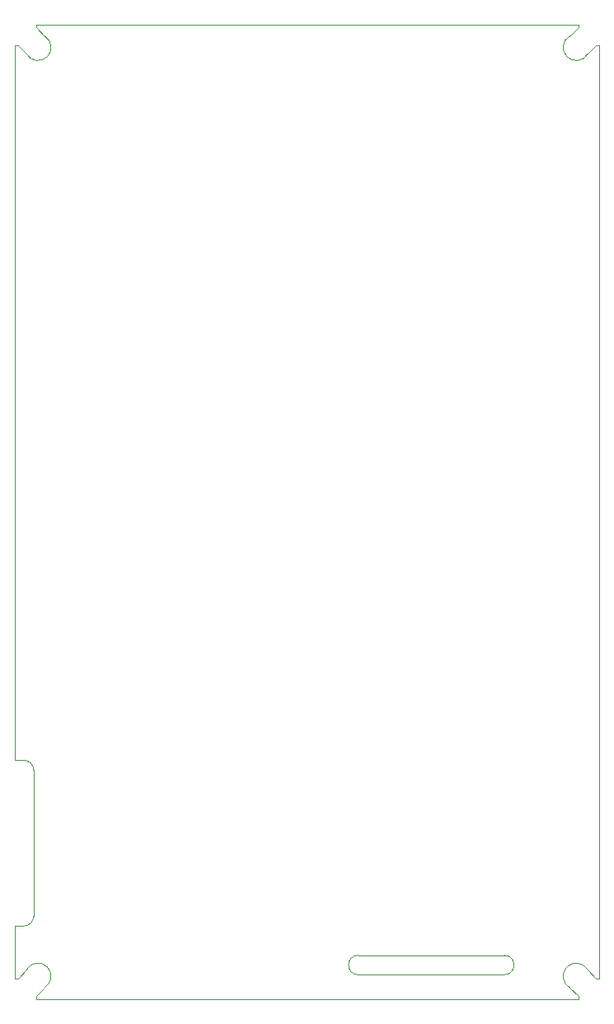
<source format=gm1>
%FSLAX43Y43*%
%MOMM*%
G71*
G01*
G75*
G04 Layer_Color=16711935*
%ADD10C,0.500*%
%ADD11C,0.200*%
%ADD12C,0.250*%
%ADD13C,0.400*%
%ADD14C,1.700*%
%ADD15R,1.700X1.700*%
%ADD16C,0.550*%
%ADD17R,1.800X2.200*%
%ADD18R,0.300X1.300*%
%ADD19R,0.700X0.300*%
%ADD20R,1.000X0.400*%
%ADD21R,1.100X1.500*%
%ADD22R,1.700X1.700*%
%ADD23R,1.100X0.250*%
%ADD24R,1.500X1.700*%
%ADD25R,2.800X2.800*%
%ADD26O,0.250X0.700*%
%ADD27O,0.700X0.250*%
%ADD28O,1.750X0.250*%
%ADD29R,0.700X1.100*%
%ADD30R,1.300X0.600*%
%ADD31R,0.400X0.400*%
%ADD32R,1.400X0.600*%
%ADD33R,0.700X0.700*%
%ADD34R,0.550X0.600*%
%ADD35R,0.800X0.650*%
%ADD36R,0.500X0.600*%
%ADD37R,1.000X0.950*%
%ADD38R,0.900X0.600*%
%ADD39R,0.600X0.550*%
%ADD40R,0.650X0.800*%
%ADD41R,0.600X0.500*%
%ADD42R,0.600X0.900*%
%ADD43C,0.800*%
%ADD44C,0.300*%
%ADD45C,0.254*%
%ADD46C,1.800*%
%ADD47R,1.800X1.800*%
%ADD48C,5.000*%
%ADD49R,1.900X2.300*%
%ADD50R,0.400X1.400*%
%ADD51R,0.800X0.400*%
%ADD52R,1.100X0.500*%
%ADD53R,1.200X1.600*%
%ADD54R,1.800X1.800*%
%ADD55R,1.200X0.350*%
%ADD56R,1.600X1.800*%
%ADD57R,2.900X2.900*%
%ADD58O,0.350X0.800*%
%ADD59O,0.800X0.350*%
%ADD60O,1.850X0.350*%
%ADD61R,0.840X1.240*%
%ADD62R,1.400X0.700*%
%ADD63R,0.500X0.500*%
%ADD64R,1.500X0.700*%
%ADD65R,0.800X0.800*%
%ADD66R,0.650X0.700*%
%ADD67R,0.900X0.750*%
%ADD68R,0.600X0.700*%
%ADD69R,1.100X1.050*%
%ADD70R,1.000X0.700*%
%ADD71R,0.700X0.650*%
%ADD72R,0.750X0.900*%
%ADD73R,0.700X0.600*%
%ADD74R,0.700X1.000*%
%ADD75C,0.900*%
%ADD76R,2.100X2.100*%
%ADD77C,1.000*%
%ADD78C,0.150*%
%ADD79C,0.100*%
D79*
X56688Y-96988D02*
G03*
X54850Y-98827I-1177J-662D01*
G01*
Y-1173D02*
G03*
X56688Y-3012I662J-1177D01*
G01*
X33112Y-95500D02*
G03*
X33112Y-97500I0J-1000D01*
G01*
X48112D02*
G03*
X48112Y-95500I0J1000D01*
G01*
X873Y-98827D02*
G03*
X-965Y-96988I-662J1177D01*
G01*
X-1238Y-92500D02*
G03*
X-238Y-91500I0J1000D01*
G01*
Y-76500D02*
G03*
X-1238Y-75500I-1000J0D01*
G01*
X-965Y-3012D02*
G03*
X873Y-1173I1177J662D01*
G01*
X33112Y-97500D02*
X48112D01*
X33112Y-95500D02*
X48112D01*
X0Y-100000D02*
X55723D01*
X-1838Y-97862D02*
X-965Y-96988D01*
X-2138Y-97862D02*
X-1838D01*
X0Y-100000D02*
Y-99700D01*
X873Y-98827D01*
X-2138Y-97862D02*
Y-92500D01*
X-1238D01*
X-2138Y-75500D02*
X-1238D01*
X-238Y-91500D02*
Y-76500D01*
X57862Y-97862D02*
Y-2138D01*
X56688Y-96988D02*
X57562Y-97862D01*
X57862D01*
X55723Y-100000D02*
Y-99700D01*
X54850Y-98827D02*
X55723Y-99700D01*
X0Y0D02*
X55723D01*
X56688Y-3012D02*
X57562Y-2138D01*
X57862D01*
X55723Y-300D02*
Y0D01*
X54850Y-1173D02*
X55723Y-300D01*
X-2138Y-75500D02*
Y-2138D01*
X-1838D02*
X-965Y-3012D01*
X-2138Y-2138D02*
X-1838D01*
X0Y-300D02*
Y0D01*
Y-300D02*
X873Y-1173D01*
M02*

</source>
